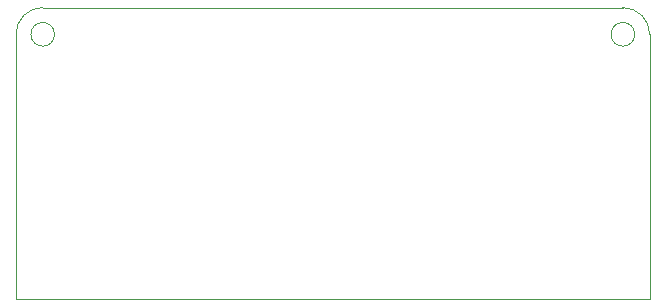
<source format=gbr>
%TF.GenerationSoftware,KiCad,Pcbnew,(6.0.9)*%
%TF.CreationDate,2023-07-18T19:51:57+10:00*%
%TF.ProjectId,VisorPlate2.0,5669736f-7250-46c6-9174-65322e302e6b,rev?*%
%TF.SameCoordinates,Original*%
%TF.FileFunction,Profile,NP*%
%FSLAX46Y46*%
G04 Gerber Fmt 4.6, Leading zero omitted, Abs format (unit mm)*
G04 Created by KiCad (PCBNEW (6.0.9)) date 2023-07-18 19:51:57*
%MOMM*%
%LPD*%
G01*
G04 APERTURE LIST*
%TA.AperFunction,Profile*%
%ADD10C,0.010000*%
%TD*%
%TA.AperFunction,Profile*%
%ADD11C,0.100000*%
%TD*%
G04 APERTURE END LIST*
D10*
X108440000Y-91460000D02*
X157560000Y-91460000D01*
X106170000Y-96000000D02*
X106170000Y-93730000D01*
X159830000Y-116110000D02*
X159830000Y-96000000D01*
X159830000Y-93730000D02*
X159830000Y-96000000D01*
D11*
X109440000Y-93730000D02*
G75*
G03*
X109440000Y-93730000I-1000000J0D01*
G01*
D10*
X159830000Y-93730000D02*
G75*
G03*
X157560000Y-91460000I-2270000J0D01*
G01*
X106170000Y-116110000D02*
X159830000Y-116110000D01*
X108440000Y-91460000D02*
G75*
G03*
X106170000Y-93730000I0J-2270000D01*
G01*
X106170000Y-96000000D02*
X106170000Y-116110000D01*
D11*
X158560000Y-93730000D02*
G75*
G03*
X158560000Y-93730000I-1000000J0D01*
G01*
M02*

</source>
